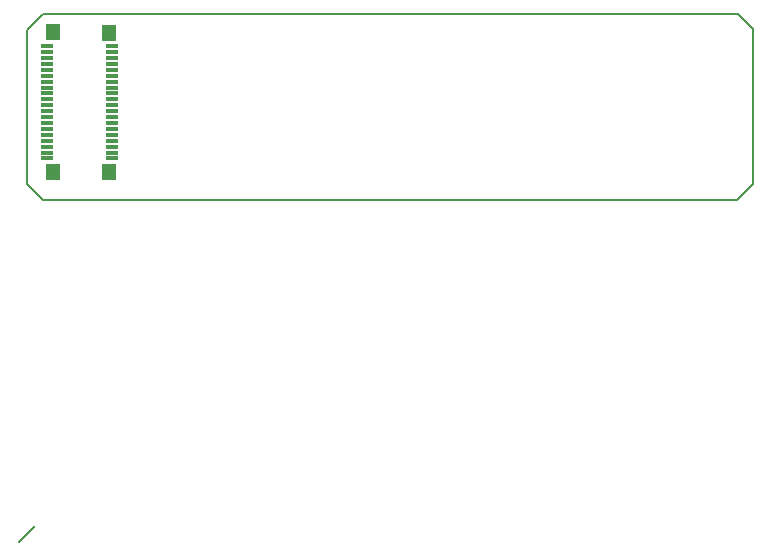
<source format=gbp>
G04 Layer_Color=128*
%FSLAX25Y25*%
%MOIN*%
G70*
G01*
G75*
%ADD10R,0.04724X0.05315*%
%ADD11R,0.03937X0.01378*%
%ADD12C,0.00709*%
D10*
X27739Y56080D02*
D03*
X9028Y56280D02*
D03*
Y9724D02*
D03*
X27903Y9719D02*
D03*
D11*
X28812Y14252D02*
D03*
Y16220D02*
D03*
Y18189D02*
D03*
Y20157D02*
D03*
Y22126D02*
D03*
Y24094D02*
D03*
Y26063D02*
D03*
Y28032D02*
D03*
Y30000D02*
D03*
Y31969D02*
D03*
Y33937D02*
D03*
Y35906D02*
D03*
Y37874D02*
D03*
Y39843D02*
D03*
Y41811D02*
D03*
Y43780D02*
D03*
Y45748D02*
D03*
Y47717D02*
D03*
Y49685D02*
D03*
Y51654D02*
D03*
X7158D02*
D03*
Y49685D02*
D03*
Y47717D02*
D03*
Y45748D02*
D03*
Y43780D02*
D03*
Y41811D02*
D03*
Y39843D02*
D03*
Y37874D02*
D03*
Y35906D02*
D03*
Y33937D02*
D03*
Y31969D02*
D03*
Y30000D02*
D03*
Y28032D02*
D03*
Y26063D02*
D03*
Y24094D02*
D03*
Y22126D02*
D03*
Y20157D02*
D03*
Y18189D02*
D03*
Y16220D02*
D03*
Y14252D02*
D03*
D12*
X237300Y62500D02*
X242400Y57400D01*
X400Y5600D02*
Y57200D01*
Y5600D02*
X5600Y400D01*
X237100D01*
X-2100Y-113500D02*
X3000Y-108400D01*
X5700Y62500D02*
X237300D01*
X600Y57300D02*
X5700Y62400D01*
X242400Y5700D02*
Y57400D01*
X237200Y500D02*
X242300Y5600D01*
M02*

</source>
